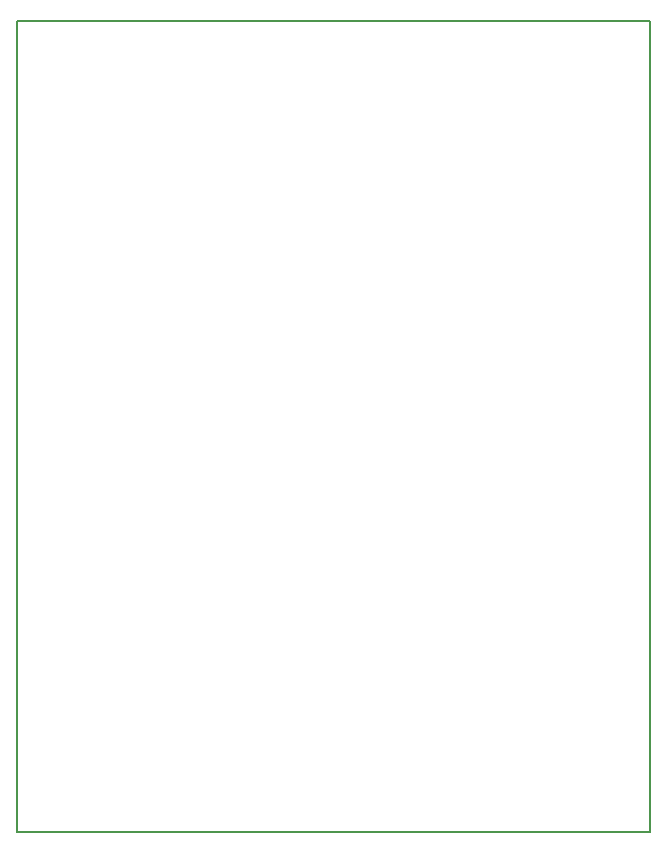
<source format=gbr>
G04*
G04 #@! TF.GenerationSoftware,Altium Limited,Altium Designer,24.2.2 (26)*
G04*
G04 Layer_Color=16711935*
%FSLAX44Y44*%
%MOMM*%
G71*
G04*
G04 #@! TF.SameCoordinates,411CF6F5-C546-4132-A14B-87BDE19E8412*
G04*
G04*
G04 #@! TF.FilePolarity,Positive*
G04*
G01*
G75*
%ADD13C,0.2000*%
D13*
X-0Y687070D02*
X0Y0D01*
X535940D01*
X-0Y687070D02*
X535940D01*
Y0D02*
Y687070D01*
M02*

</source>
